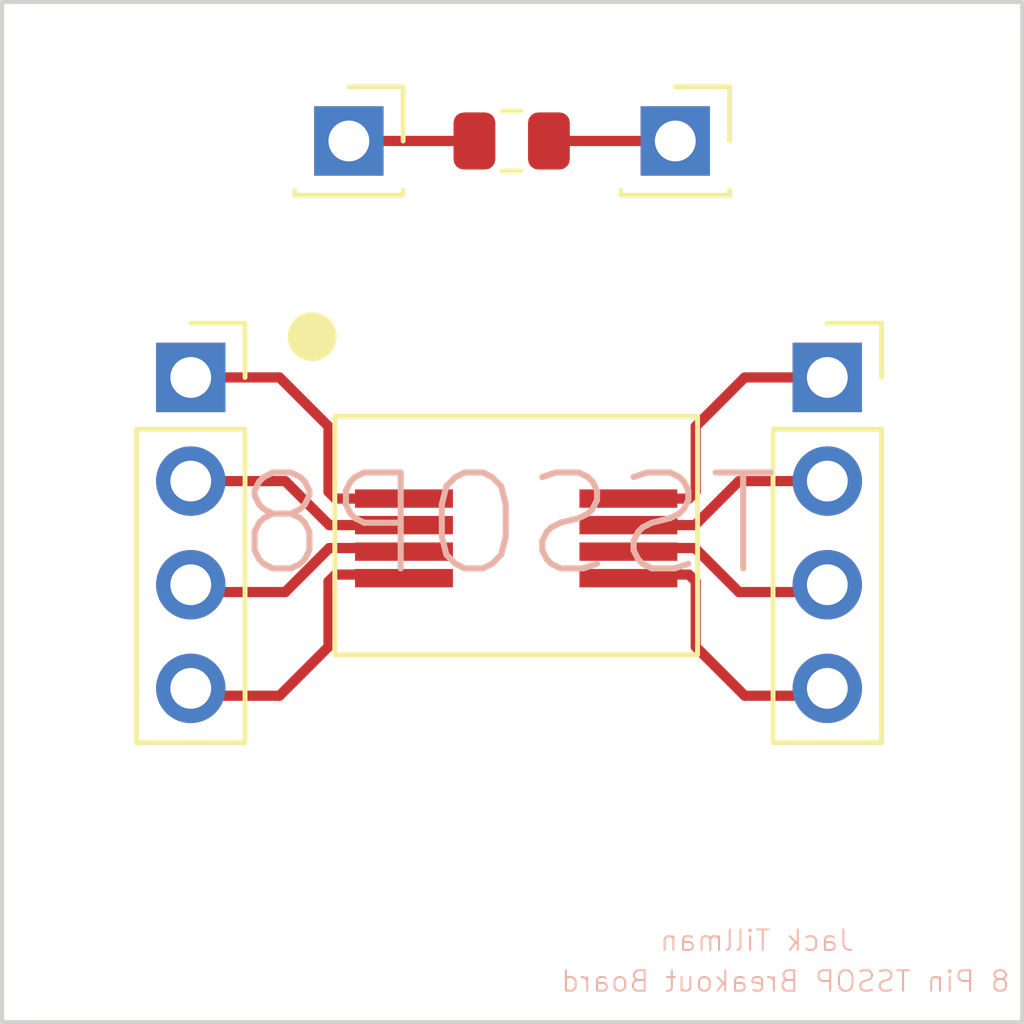
<source format=kicad_pcb>
(kicad_pcb (version 20211014) (generator pcbnew)
  (layers (0 "F.Cu" signal) (31 "B.Cu" signal) (34 "B.Paste" user) (35 "F.Paste" user) (36 "B.SilkS" user "B.Silkscreen") (37 "F.SilkS" user "F.Silkscreen") (38 "B.Mask" user) (39 "F.Mask" user) (44 "Edge.Cuts" user))
  (net 0 "")
  (net 1 "Net-(J1-Pad1)")
  (net 2 "Net-(J1-Pad2)")
  (net 3 "Net-(J1-Pad3)")
  (net 4 "Net-(J1-Pad4)")
  (net 5 "Net-(J2-Pad1)")
  (net 6 "Net-(J2-Pad2)")
  (net 7 "Net-(J2-Pad3)")
  (net 8 "Net-(J3-Pad1)")
  (net 9 "Net-(J4-Pad1)")
  (net 10 "Net-(J2-Pad4)")
  (footprint "Connector_PinSocket_2.54mm:PinSocket_1x04_P2.54mm_Vertical" (layer "F.Cu") (at 146.625 97.2)
    (fp_text reference "J1" hide)
    (fp_text value "Conn_01x04" hide)
    (fp_line (start -1.33 1.27) (end 1.33 1.27) (layer "F.SilkS") (width 0.12))
    (fp_line (start -1.33 8.95) (end 1.33 8.95) (layer "F.SilkS") (width 0.12))
    (fp_line (start 0 -1.33) (end 1.33 -1.33) (layer "F.SilkS") (width 0.12))
    (fp_line (start 1.33 1.27) (end 1.33 8.95) (layer "F.SilkS") (width 0.12))
    (fp_line (start -1.33 1.27) (end -1.33 8.95) (layer "F.SilkS") (width 0.12))
    (fp_line (start 1.33 -1.33) (end 1.33 0) (layer "F.SilkS") (width 0.12))
    (pad "1" thru_hole rect (at 0 0) (size 1.7 1.7) (drill 1) (layers *.Cu *.Mask) (net 1 "Net-(J1-Pad1)"))
    (pad "2" thru_hole oval (at 0 2.54) (size 1.7 1.7) (drill 1) (layers *.Cu *.Mask) (net 2 "Net-(J1-Pad2)"))
    (pad "3" thru_hole oval (at 0 5.08) (size 1.7 1.7) (drill 1) (layers *.Cu *.Mask) (net 3 "Net-(J1-Pad3)"))
    (pad "4" thru_hole oval (at 0 7.62) (size 1.7 1.7) (drill 1) (layers *.Cu *.Mask) (net 4 "Net-(J1-Pad4)"))
  )
  (footprint "Connector_PinSocket_2.54mm:PinSocket_1x04_P2.54mm_Vertical" (layer "F.Cu") (at 162.225 97.2)
    (fp_text reference "J2" hide)
    (fp_text value "Conn_01x04" hide)
    (fp_line (start -1.33 1.27) (end 1.33 1.27) (layer "F.SilkS") (width 0.12))
    (fp_line (start 1.33 1.27) (end 1.33 8.95) (layer "F.SilkS") (width 0.12))
    (fp_line (start -1.33 1.27) (end -1.33 8.95) (layer "F.SilkS") (width 0.12))
    (fp_line (start 0 -1.33) (end 1.33 -1.33) (layer "F.SilkS") (width 0.12))
    (fp_line (start -1.33 8.95) (end 1.33 8.95) (layer "F.SilkS") (width 0.12))
    (fp_line (start 1.33 -1.33) (end 1.33 0) (layer "F.SilkS") (width 0.12))
    (pad "1" thru_hole rect (at 0 0) (size 1.7 1.7) (drill 1) (layers *.Cu *.Mask) (net 5 "Net-(J2-Pad1)"))
    (pad "2" thru_hole oval (at 0 2.54) (size 1.7 1.7) (drill 1) (layers *.Cu *.Mask) (net 6 "Net-(J2-Pad2)"))
    (pad "3" thru_hole oval (at 0 5.08) (size 1.7 1.7) (drill 1) (layers *.Cu *.Mask) (net 7 "Net-(J2-Pad3)"))
    (pad "4" thru_hole oval (at 0 7.62) (size 1.7 1.7) (drill 1) (layers *.Cu *.Mask) (net 10 "Net-(J2-Pad4)"))
  )
  (footprint "TSSOP_Footprints:8_Pin_TSSOP_Board" (layer "F.Cu") (at 154.6 101.2)
    (fp_text reference "TSSOP8" (at -0.2 -0.4 unlocked) (layer "B.SilkS") (effects (font (size 2.35 2.35)) (justify mirror)))
    (fp_text value "8_Pin_TSSOP" hide)
    (fp_rect (start -4.445 -3.048) (end 4.445 2.794) (layer "F.SilkS") (width 0.12) (fill none))
    (pad "1" smd rect (at -2.75 -1.031) (size 2.4 0.45) (layers "F.Cu" "F.Paste" "F.Mask") (net 1 "Net-(J1-Pad1)"))
    (pad "2" smd rect (at -2.75 -0.381) (size 2.4 0.45) (layers "F.Cu" "F.Paste" "F.Mask") (net 2 "Net-(J1-Pad2)"))
    (pad "3" smd rect (at -2.75 0.269) (size 2.4 0.45) (layers "F.Cu" "F.Paste" "F.Mask") (net 3 "Net-(J1-Pad3)"))
    (pad "4" smd rect (at -2.75 0.919) (size 2.4 0.45) (layers "F.Cu" "F.Paste" "F.Mask") (net 4 "Net-(J1-Pad4)"))
    (pad "5" smd rect (at 2.75 0.919) (size 2.4 0.45) (layers "F.Cu" "F.Paste" "F.Mask") (net 10 "Net-(J2-Pad4)"))
    (pad "6" smd rect (at 2.75 0.269) (size 2.4 0.45) (layers "F.Cu" "F.Paste" "F.Mask") (net 7 "Net-(J2-Pad3)"))
    (pad "7" smd rect (at 2.75 -0.381) (size 2.4 0.45) (layers "F.Cu" "F.Paste" "F.Mask") (net 6 "Net-(J2-Pad2)"))
    (pad "8" smd rect (at 2.75 -1.031) (size 2.4 0.45) (layers "F.Cu" "F.Paste" "F.Mask") (net 5 "Net-(J2-Pad1)"))
  )
  (footprint "Connector_PinSocket_2.54mm:PinSocket_1x01_P2.54mm_Vertical" (layer "F.Cu") (at 158.5 91.405)
    (fp_text reference "J3" hide)
    (fp_text value "Conn_01x01" hide)
    (fp_line (start 0 -1.33) (end 1.33 -1.33) (layer "F.SilkS") (width 0.12))
    (fp_line (start -1.33 1.33) (end 1.33 1.33) (layer "F.SilkS") (width 0.12))
    (fp_line (start 1.33 -1.33) (end 1.33 0) (layer "F.SilkS") (width 0.12))
    (fp_line (start 1.33 1.21) (end 1.33 1.33) (layer "F.SilkS") (width 0.12))
    (fp_line (start -1.33 1.21) (end -1.33 1.33) (layer "F.SilkS") (width 0.12))
    (pad "1" thru_hole rect (at 0 0) (size 1.7 1.7) (drill 1) (layers *.Cu *.Mask) (net 8 "Net-(J3-Pad1)"))
  )
  (footprint "Resistor_SMD:R_0805_2012Metric" (layer "F.Cu") (at 154.49 91.405)
    (fp_text reference "R1" hide)
    (fp_text value "R_US" hide)
    (fp_line (start -0.227064 0.735) (end 0.227064 0.735) (layer "F.SilkS") (width 0.12))
    (fp_line (start -0.227064 -0.735) (end 0.227064 -0.735) (layer "F.SilkS") (width 0.12))
    (pad "1" smd roundrect (at -0.9125 0) (size 1.025 1.4) (layers "F.Cu" "F.Paste" "F.Mask") (roundrect_rratio 0.243902) (net 9 "Net-(J4-Pad1)"))
    (pad "2" smd roundrect (at 0.9125 0) (size 1.025 1.4) (layers "F.Cu" "F.Paste" "F.Mask") (roundrect_rratio 0.243902) (net 8 "Net-(J3-Pad1)"))
  )
  (footprint "Connector_PinSocket_2.54mm:PinSocket_1x01_P2.54mm_Vertical" (layer "F.Cu") (at 150.5 91.405)
    (fp_text reference "J4" hide)
    (fp_text value "Conn_01x01" hide)
    (fp_line (start -1.33 1.33) (end 1.33 1.33) (layer "F.SilkS") (width 0.12))
    (fp_line (start 1.33 1.21) (end 1.33 1.33) (layer "F.SilkS") (width 0.12))
    (fp_line (start 1.33 -1.33) (end 1.33 0) (layer "F.SilkS") (width 0.12))
    (fp_line (start 0 -1.33) (end 1.33 -1.33) (layer "F.SilkS") (width 0.12))
    (fp_line (start -1.33 1.21) (end -1.33 1.33) (layer "F.SilkS") (width 0.12))
    (pad "1" thru_hole rect (at 0 0) (size 1.7 1.7) (drill 1) (layers *.Cu *.Mask) (net 9 "Net-(J4-Pad1)"))
  )
  (gr_circle (center 149.6 96.2) (end 150.1 96.2) (layer "F.SilkS") (width 0.2) (fill solid))
  (gr_rect (start 142 88) (end 167 113) (layer "Edge.Cuts") (width 0.1) (fill none))
  (gr_text "8 Pin TSSOP Breakout Board" (at 161.2 112) (layer "B.SilkS") (effects (font (size 0.5 0.5) (thickness 0.05)) (justify mirror)))
  (gr_text "Jack Tillman" (at 160.5 111) (layer "B.SilkS") (effects (font (size 0.5 0.5) (thickness 0.05)) (justify mirror)))
  (segment (start 150.169 100.169) (end 151.85 100.169) (width 0.25) (layer "F.Cu") (net 1))
  (segment (start 150 98.4) (end 150 100) (width 0.25) (layer "F.Cu") (net 1))
  (segment (start 150 100) (end 150.169 100.169) (width 0.25) (layer "F.Cu") (net 1))
  (segment (start 146.625 97.2) (end 148.8 97.2) (width 0.25) (layer "F.Cu") (net 1))
  (segment (start 148.8 97.2) (end 150 98.4) (width 0.25) (layer "F.Cu") (net 1))
  (segment (start 148.94 99.74) (end 146.625 99.74) (width 0.25) (layer "F.Cu") (net 2))
  (segment (start 151.85 100.819) (end 150.019 100.819) (width 0.25) (layer "F.Cu") (net 2))
  (segment (start 150.019 100.819) (end 148.94 99.74) (width 0.25) (layer "F.Cu") (net 2))
  (segment (start 150.019 101.381) (end 148.94 102.46) (width 0.25) (layer "F.Cu") (net 3))
  (segment (start 151.85 101.381) (end 150.019 101.381) (width 0.25) (layer "F.Cu") (net 3))
  (segment (start 148.94 102.46) (end 146.625 102.46) (width 0.25) (layer "F.Cu") (net 3))
  (segment (start 150 103.8) (end 150 102.2) (width 0.25) (layer "F.Cu") (net 4))
  (segment (start 148.8 105) (end 150 103.8) (width 0.25) (layer "F.Cu") (net 4))
  (segment (start 150.169 102.031) (end 151.85 102.031) (width 0.25) (layer "F.Cu") (net 4))
  (segment (start 146.625 105) (end 148.8 105) (width 0.25) (layer "F.Cu") (net 4))
  (segment (start 150 102.2) (end 150.169 102.031) (width 0.25) (layer "F.Cu") (net 4))
  (segment (start 159 98.4) (end 159 100) (width 0.25) (layer "F.Cu") (net 5))
  (segment (start 159 100) (end 158.831 100.169) (width 0.25) (layer "F.Cu") (net 5))
  (segment (start 162.375 97.2) (end 160.2 97.2) (width 0.25) (layer "F.Cu") (net 5))
  (segment (start 160.2 97.2) (end 159 98.4) (width 0.25) (layer "F.Cu") (net 5))
  (segment (start 158.831 100.169) (end 157.15 100.169) (width 0.25) (layer "F.Cu") (net 5))
  (segment (start 157.15 100.819) (end 158.981 100.819) (width 0.25) (layer "F.Cu") (net 6))
  (segment (start 158.981 100.819) (end 160.06 99.74) (width 0.25) (layer "F.Cu") (net 6))
  (segment (start 160.06 99.74) (end 162.375 99.74) (width 0.25) (layer "F.Cu") (net 6))
  (segment (start 158.981 101.381) (end 160.06 102.46) (width 0.25) (layer "F.Cu") (net 7))
  (segment (start 160.06 102.46) (end 162.375 102.46) (width 0.25) (layer "F.Cu") (net 7))
  (segment (start 157.15 101.381) (end 158.981 101.381) (width 0.25) (layer "F.Cu") (net 7))
  (segment (start 158.5 91.405) (end 155.4025 91.405) (width 0.25) (layer "F.Cu") (net 8))
  (segment (start 150.5 91.405) (end 153.5775 91.405) (width 0.25) (layer "F.Cu") (net 9))
  (segment (start 162.375 105) (end 160.2 105) (width 0.25) (layer "F.Cu") (net 10))
  (segment (start 160.2 105) (end 159 103.8) (width 0.25) (layer "F.Cu") (net 10))
  (segment (start 159 102.2) (end 158.831 102.031) (width 0.25) (layer "F.Cu") (net 10))
  (segment (start 159 103.8) (end 159 102.2) (width 0.25) (layer "F.Cu") (net 10))
  (segment (start 158.831 102.031) (end 157.15 102.031) (width 0.25) (layer "F.Cu") (net 10))
)
</source>
